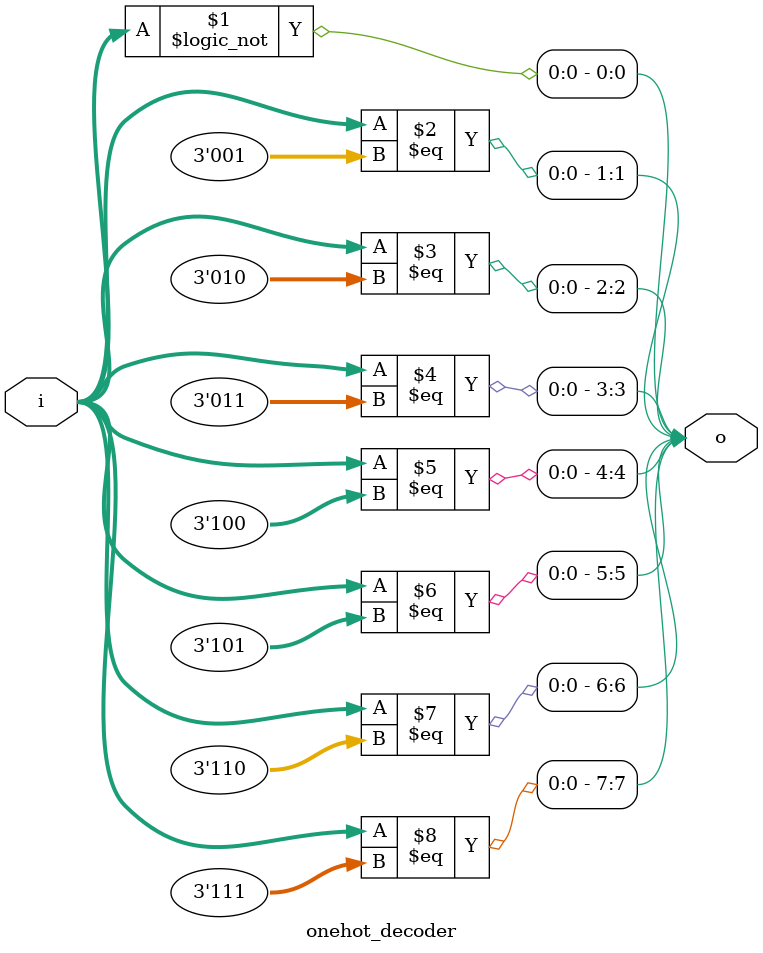
<source format=v>
module onehot_decoder
#(
    parameter INPUT_W   = 3,
    parameter OUTPUT_W  = 1<<INPUT_W
)
(
    input   [INPUT_W-1:0]   i,
    output  [OUTPUT_W-1:0]  o
);

    // Internal variable
    genvar bit_ctn;
    
    // Combinational logic
    generate
        for(bit_ctn = 0; bit_ctn < OUTPUT_W; bit_ctn = bit_ctn + 1) begin
            assign o[bit_ctn] = (i == bit_ctn);
        end
    endgenerate

endmodule

</source>
